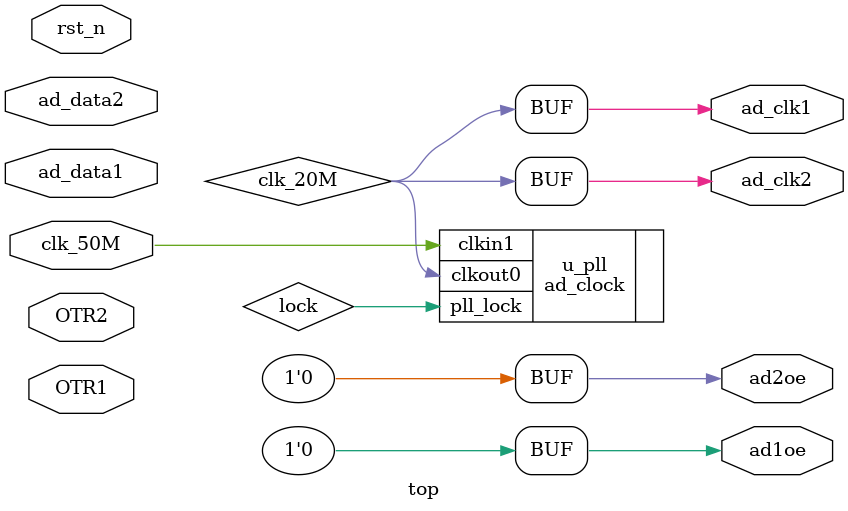
<source format=v>
module top(
   input  wire clk_50M ,
   input  wire rst_n ,
   output wire ad_clk1 /* synthesis PAP_MARK_DEBUG="true" */,
   output wire ad_clk2 /* synthesis PAP_MARK_DEBUG="true" */,
   input  wire [9:0]ad_data1 /* synthesis PAP_MARK_DEBUG="true" */,
   input  wire [9:0]ad_data2 /* synthesis PAP_MARK_DEBUG="true" */,
   output wire ad1oe /* synthesis PAP_MARK_DEBUG="true" */,
   output wire ad2oe /* synthesis PAP_MARK_DEBUG="true" */,
   input wire OTR1   /* synthesis PAP_MARK_DEBUG="true" */,
   input wire OTR2   /* synthesis PAP_MARK_DEBUG="true" */

   );

wire lock ;
wire clk_125M ;
wire clk_35M ;
reg  [7:0]cnt ;
wire clk_10M ;
wire clk_20M;

assign ad_clk1 = clk_20M ;
assign ad_clk2 = clk_20M ;

assign ad1oe = 0;
assign ad2oe = 0;

ad_clock u_pll (
//   .clkin1(clk_50M),          // input
//   .pll_lock(lock),          // output
//   .clkout0(clk_125M) ,        // output
//   .clkout1(clk_35M),      // output
//   .clkout2(clk_10M)       // output       // output
  .clkin1(clk_50M),        // input
  .pll_lock(lock),    // output
  .clkout0(clk_20M)       // output
);

// always @(negedge clk_10M or negedge rst_n) begin
//    if (~rst_n)
//       cnt <= 8'd0 ;
// //   else if (cnt == 8'd127)
// //      cnt <= 8'd0 ;
//    else 
//       cnt <= cnt - 1'b1 ; 
// end


endmodule
</source>
